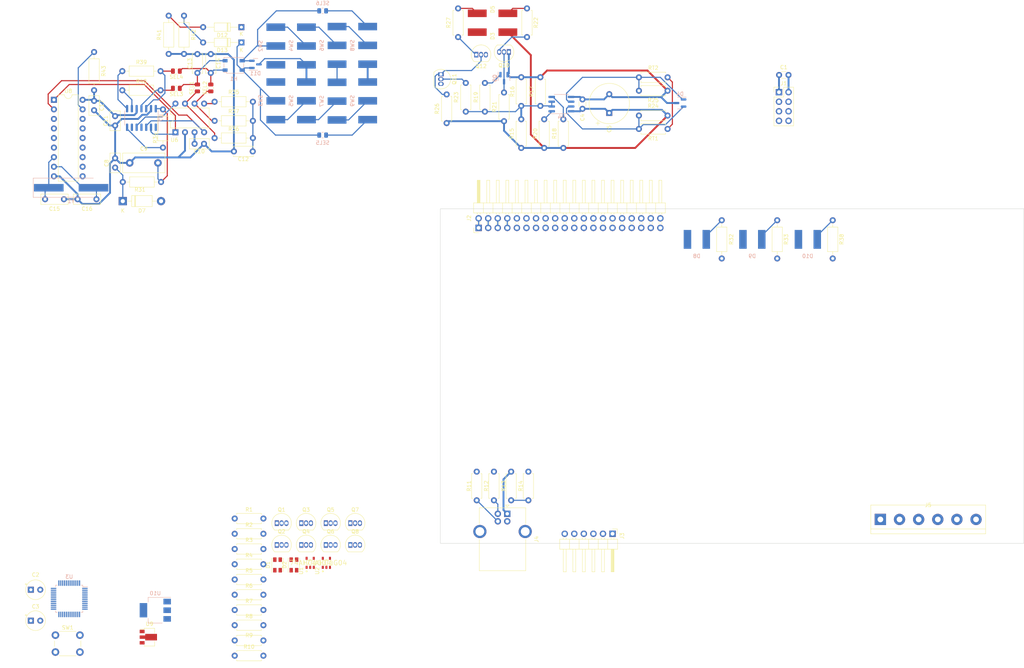
<source format=kicad_pcb>
(kicad_pcb (version 20221018) (generator pcbnew)
  (layers (0 "F.Cu" signal) (31 "B.Cu" signal) (34 "B.Paste" user) (35 "F.Paste" user) (36 "B.SilkS" user "B.Silkscreen") (37 "F.SilkS" user "F.Silkscreen") (38 "B.Mask" user) (39 "F.Mask" user) (44 "Edge.Cuts" user))
  (net 0 "")
  (net 1 "GND")
  (net 2 "+3.3V")
  (net 3 "Net-(U3-VDDOUT)")
  (net 4 "Net-(D7-K)")
  (net 5 "Net-(U7-BAT)")
  (net 6 "+5V")
  (net 7 "Net-(C12-Pad1)")
  (net 8 "Net-(C13-Pad1)")
  (net 9 "Net-(C14-Pad1)")
  (net 10 "Net-(U8-OSC2)")
  (net 11 "Net-(U8-OSC1)")
  (net 12 "Net-(D1-K)")
  (net 13 "Net-(D1-A)")
  (net 14 "Net-(D2-K)")
  (net 15 "Net-(D2-A)")
  (net 16 "Net-(D3-K)")
  (net 17 "A")
  (net 18 "B")
  (net 19 "Net-(D5-K)")
  (net 20 "+12V")
  (net 21 "TXD")
  (net 22 "Net-(D8-A)")
  (net 23 "RXD")
  (net 24 "Net-(D9-A)")
  (net 25 "ERR")
  (net 26 "Net-(D10-A)")
  (net 27 "Net-(D13-K)")
  (net 28 "Net-(D12-K)")
  (net 29 "Net-(D12-A)")
  (net 30 "Net-(D13-A)")
  (net 31 "CS0")
  (net 32 "SPCK")
  (net 33 "MOSI")
  (net 34 "MISO")
  (net 35 "RADIO_IRQ")
  (net 36 "CANH")
  (net 37 "CANL")
  (net 38 "TX_MCU")
  (net 39 "RX_MCU")
  (net 40 "STB_FT")
  (net 41 "RX{slash}TX ENABLE")
  (net 42 "WAKE")
  (net 43 "OPTO_SW1")
  (net 44 "EN")
  (net 45 "OPTO_SW2")
  (net 46 "OPTO_R1")
  (net 47 "TX0RTS")
  (net 48 "OPTO_R2")
  (net 49 "TX1RTS")
  (net 50 "UART0_RX")
  (net 51 "TX2RTS")
  (net 52 "UART0_TX")
  (net 53 "RX0BF")
  (net 54 "RX1BF")
  (net 55 "SOF")
  (net 56 "INT")
  (net 57 "CS3")
  (net 58 "RESET")
  (net 63 "Net-(J3-Pin_2)")
  (net 64 "Net-(J3-Pin_3)")
  (net 65 "Net-(J3-Pin_4)")
  (net 66 "Net-(J3-Pin_5)")
  (net 67 "Net-(J3-Pin_6)")
  (net 68 "Net-(J4-VBUS)")
  (net 69 "Net-(J4-D-)")
  (net 70 "Net-(J4-D+)")
  (net 73 "Net-(Q1-B)")
  (net 74 "Net-(Q2-B)")
  (net 75 "Net-(Q3-B)")
  (net 76 "Net-(Q4-B)")
  (net 77 "Net-(Q7-C)")
  (net 78 "Net-(Q7-B)")
  (net 79 "Net-(Q8-C)")
  (net 80 "Net-(Q8-B)")
  (net 81 "Net-(Q9-G)")
  (net 82 "Net-(Q10-B)")
  (net 83 "Net-(Q10-E)")
  (net 84 "Net-(Q11-C)")
  (net 85 "Net-(Q11-B)")
  (net 86 "Net-(Q12-C)")
  (net 87 "Net-(R3-Pad2)")
  (net 88 "Net-(R4-Pad2)")
  (net 89 "Net-(U3-DDM{slash}PB10)")
  (net 90 "Net-(U3-DDP{slash}PB11)")
  (net 91 "USBMON")
  (net 92 "RX{slash}TX ENABLE ")
  (net 93 "Net-(U6-SPLIT)")
  (net 94 "CANH_HS")
  (net 95 "CANL_HS")
  (net 96 "Net-(U7-RTH)")
  (net 97 "CANL_FT")
  (net 98 "Net-(U7-RTL)")
  (net 99 "CANH_FT")
  (net 100 "Net-(RT1-Pad2)")
  (net 101 "Net-(U3-~{RST})")
  (net 102 "Net-(SW2-A)")
  (net 104 "Net-(SW3-A)")
  (net 106 "Net-(SW4-A)")
  (net 107 "Net-(SW5-A)")
  (net 108 "Net-(SW6-A)")
  (net 109 "Net-(SW6-C)")
  (net 110 "Net-(SW7-A)")
  (footprint "Resistor_THT:R_Axial_DIN0207_L6.3mm_D2.5mm_P10.16mm_Horizontal" (layer "F.Cu") (at 34.544 31.496 -90)
    (fp_text reference "R43")
    (fp_text value "10k")
  )
  (footprint "Connector_PinHeader_2.54mm:PinHeader_2x04_P2.54mm_Vertical" (layer "F.Cu") (at 216.408 42.164)
    (fp_text reference "J1")
    (fp_text value "Conn_02x04_Odd_Even")
  )
  (footprint "Resistor_THT:R_Axial_DIN0207_L6.3mm_D2.5mm_P10.16mm_Horizontal" (layer "F.Cu") (at 52.832 56.896 90)
    (fp_text reference "R34")
    (fp_text value ">1k8")
  )
  (footprint "Package_TO_SOT_THT:TO-92_Inline" (layer "F.Cu") (at 136.031067 32.204)
    (fp_text reference "Q12")
    (fp_text value "BC547")
  )
  (footprint "Resistor_THT:R_Axial_DIN0207_L6.3mm_D2.5mm_P7.62mm_Horizontal" (layer "F.Cu") (at 71.882 183.812)
    (fp_text reference "R8")
    (fp_text value "470k")
  )
  (footprint "Resistor_THT:R_Axial_DIN0207_L6.3mm_D2.5mm_P7.62mm_Horizontal" (layer "F.Cu") (at 138.317067 47.338 90)
    (fp_text reference "R19")
    (fp_text value "1.8k")
  )
  (footprint "Button_Switch_THT:SW_PUSH_6mm" (layer "F.Cu") (at 24.2805 186.452)
    (fp_text reference "SW1")
    (fp_text value "SW_Push")
  )
  (footprint "Resistor_SMD:R_0805_2012Metric" (layer "F.Cu") (at 56.388 41.148)
    (fp_text reference "SEL3")
    (fp_text value "~")
  )
  (footprint "Capacitor_THT:C_Disc_D7.0mm_W2.5mm_P5.00mm" (layer "F.Cu") (at 30.1705 70.612)
    (fp_text reference "C16")
    (fp_text value "15p")
  )
  (footprint "PrzylaczeFootprintLibrary:Nexperia-SOT753-10_2018-0-0" (layer "F.Cu") (at 96.227 167.242)
    (fp_text reference "U2")
    (fp_text value "74AHC1G04")
  )
  (footprint "Resistor_THT:R_Axial_DIN0207_L6.3mm_D2.5mm_P7.62mm_Horizontal" (layer "F.Cu") (at 71.882 191.912)
    (fp_text reference "R10")
    (fp_text value "1k")
  )
  (footprint "Resistor_THT:R_Axial_DIN0207_L6.3mm_D2.5mm_P7.62mm_Horizontal" (layer "F.Cu") (at 140.716 143.002 -90)
    (fp_text reference "R12")
    (fp_text value "27")
  )
  (footprint "Resistor_THT:R_Axial_DIN0207_L6.3mm_D2.5mm_P10.16mm_Horizontal" (layer "F.Cu") (at 66.548 44.704)
    (fp_text reference "R35")
    (fp_text value "300")
  )
  (footprint "Resistor_THT:R_Axial_DIN0207_L6.3mm_D2.5mm_P7.62mm_Horizontal" (layer "F.Cu") (at 154.065067 56.99 90)
    (fp_text reference "R20")
    (fp_text value "10k")
  )
  (footprint "Resistor_THT:R_Axial_DIN0207_L6.3mm_D2.5mm_P7.62mm_Horizontal" (layer "F.Cu") (at 131.205067 19.906 -90)
    (fp_text reference "R27")
    (fp_text value "750")
  )
  (footprint "Capacitor_THT:C_Disc_D5.0mm_W2.5mm_P2.50mm" (layer "F.Cu") (at 40.132 59.71 -90)
    (fp_text reference "C8")
    (fp_text value "100n")
  )
  (footprint "Package_DIP:DIP-18_W7.62mm" (layer "F.Cu") (at 23.876 44.196)
    (fp_text reference "U8")
    (fp_text value "MCP2515-xSO")
  )
  (footprint "LED_SMD:LED_Kingbright_AAA3528ESGCT" (layer "F.Cu") (at 83.252 167.792 90)
    (fp_text reference "D1")
    (fp_text value "LED")
  )
  (footprint "Resistor_THT:R_Axial_DIN0207_L6.3mm_D2.5mm_P10.16mm_Horizontal" (layer "F.Cu") (at 230.672 76.2 -90)
    (fp_text reference "R38")
    (fp_text value "R(D3)")
  )
  (footprint "Diode_THT:D_DO-35_SOD27_P10.16mm_Horizontal" (layer "F.Cu") (at 73.66 24.892 180)
    (fp_text reference "D12")
    (fp_text value "Zener 10V")
  )
  (footprint "Connector_USB:USB_B_OST_USB-B1HSxx_Horizontal" (layer "F.Cu") (at 144.252 154.2045 -90)
    (fp_text reference "J4")
    (fp_text value "USB_B")
  )
  (footprint "Resistor_THT:R_Axial_DIN0207_L6.3mm_D2.5mm_P7.62mm_Horizontal" (layer "F.Cu") (at 159.145067 56.99 90)
    (fp_text reference "R18")
    (fp_text value "10k")
  )
  (footprint "Resistor_THT:R_Axial_DIN0207_L6.3mm_D2.5mm_P10.16mm_Horizontal" (layer "F.Cu") (at 52.324 66.04 180)
    (fp_text reference "R31")
    (fp_text value "1-2k")
  )
  (footprint "Capacitor_THT:C_Disc_D7.0mm_W2.5mm_P5.00mm" (layer "F.Cu") (at 26.5345 70.612 180)
    (fp_text reference "C15")
    (fp_text value "15p")
  )
  (footprint "Package_TO_SOT_THT:TO-92_Inline" (layer "F.Cu") (at 89.572 162.482)
    (fp_text reference "Q4")
    (fp_text value "BC547")
  )
  (footprint "Resistor_THT:R_Axial_DIN0207_L6.3mm_D2.5mm_P10.16mm_Horizontal" (layer "F.Cu") (at 76.708 49.784 180)
    (fp_text reference "R37")
    (fp_text value "62")
  )
  (footprint "Connector_PinHeader_2.54mm:PinHeader_1x06_P2.54mm_Horizontal" (layer "F.Cu") (at 172.212 159.512 -90)
    (fp_text reference "J3")
    (fp_text value "Conn_01x06")
  )
  (footprint "Resistor_THT:R_Axial_DIN0207_L6.3mm_D2.5mm_P7.62mm_Horizontal" (layer "F.Cu") (at 186.831067 48.382134 180)
    (fp_text reference "R24")
    (fp_text value "750")
  )
  (footprint "Resistor_SMD:R_0805_2012Metric" (layer "F.Cu") (at 65.532 41.0445 90)
    (fp_text reference "SEL2")
    (fp_text value "~")
  )
  (footprint "Resistor_THT:R_Axial_DIN0207_L6.3mm_D2.5mm_P7.62mm_Horizontal" (layer "F.Cu") (at 71.882 179.762)
    (fp_text reference "R7")
    (fp_text value "470k")
  )
  (footprint "Resistor_THT:R_Axial_DIN0207_L6.3mm_D2.5mm_P7.62mm_Horizontal" (layer "F.Cu") (at 143.397067 49.878 90)
    (fp_text reference "R21")
    (fp_text value "18k")
  )
  (footprint "Resistor_THT:R_Axial_DIN0207_L6.3mm_D2.5mm_P7.62mm_Horizontal" (layer "F.Cu") (at 147.969067 56.99 90)
    (fp_text reference "R15")
    (fp_text value "36k")
  )
  (footprint "Capacitor_THT:C_Disc_D5.0mm_W2.5mm_P5.00mm" (layer "F.Cu") (at 76.668 57.912 180)
    (fp_text reference "C12")
    (fp_text value "4n7")
  )
  (footprint "Resistor_THT:R_Axial_DIN0207_L6.3mm_D2.5mm_P10.16mm_Horizontal" (layer "F.Cu") (at 58.42 32.004 90)
    (fp_text reference "R42")
    (fp_text value "1")
  )
  (footprint "Capacitor_THT:C_Disc_D11.0mm_W5.0mm_P7.50mm" (layer "F.Cu") (at 44.002 60.96)
    (fp_text reference "C9")
    (fp_text value "10n")
  )
  (footprint "Package_TO_SOT_THT:TO-92_Inline" (layer "F.Cu") (at 144.667067 31.484 180)
    (fp_text reference "Q10")
    (fp_text value "BC557")
  )
  (footprint "Package_TO_SOT_THT:TO-92_Inline" (layer "F.Cu") (at 102.592 156.692)
    (fp_text reference "Q7")
    (fp_text value "BC557")
  )
  (footprint "Resistor_THT:R_Axial_DIN0207_L6.3mm_D2.5mm_P10.16mm_Horizontal" (layer "F.Cu") (at 201.208 76.2 -90)
    (fp_text reference "R32")
    (fp_text value "R(D)")
  )
  (footprint "Capacitor_THT:C_Disc_D3.0mm_W1.6mm_P2.50mm" (layer "F.Cu") (at 164.225067 46.584134 90)
    (fp_text reference "C4")
    (fp_text value "0.1 uF")
  )
  (footprint "Resistor_THT:R_Axial_DIN0207_L6.3mm_D2.5mm_P10.16mm_Horizontal" (layer "F.Cu") (at 42.037 41.656)
    (fp_text reference "R40")
    (fp_text value "Rrtl")
  )
  (footprint "Resistor_THT:R_Axial_DIN0207_L6.3mm_D2.5mm_P7.62mm_Horizontal" (layer "F.Cu") (at 71.882 155.462)
    (fp_text reference "R1")
    (fp_text value "1k")
  )
  (footprint "Capacitor_THT:C_Disc_D5.0mm_W2.5mm_P2.50mm" (layer "F.Cu") (at 40.132 51.034 90)
    (fp_text reference "C11")
    (fp_text value "100n")
  )
  (footprint "Resistor_THT:R_Axial_DIN0207_L6.3mm_D2.5mm_P10.16mm_Horizontal" (layer "F.Cu") (at 54.356 32.004 90)
    (fp_text reference "R41")
    (fp_text value "1")
  )
  (footprint "Capacitor_THT:C_Disc_D3.0mm_W1.6mm_P2.50mm" (layer "F.Cu") (at 216.433 37.592)
    (fp_text reference "C1")
    (fp_text value "100n")
  )
  (footprint "Resistor_THT:R_Axial_DIN0207_L6.3mm_D2.5mm_P7.62mm_Horizontal" (layer "F.Cu") (at 71.882 163.562)
    (fp_text reference "R3")
    (fp_text value "1k")
  )
  (footprint "Resistor_THT:R_Axial_DIN0207_L6.3mm_D2.5mm_P7.62mm_Horizontal" (layer "F.Cu") (at 147.969067 45.814 90)
    (fp_text reference "R16")
    (fp_text value "10k")
  )
  (footprint "Diode_THT:D_DO-35_SOD27_P10.16mm_Horizontal" (layer "F.Cu") (at 73.66 28.956 180)
    (fp_text reference "D13")
    (fp_text value "Zener 10V")
  )
  (footprint "Capacitor_THT:CP_Radial_Tantal_D5.0mm_P2.50mm" (layer "F.Cu") (at 17.749775 174.384)
    (fp_text reference "C2")
    (fp_text value "4.7μ")
  )
  (footprint "Capacitor_THT:CP_Radial_Tantal_D5.0mm_P2.50mm" (layer "F.Cu") (at 17.749775 182.606)
    (fp_text reference "C3")
    (fp_text value "2.2μ")
  )
  (footprint "Capacitor_THT:C_Disc_D5.0mm_W2.5mm_P2.50mm" (layer "F.Cu") (at 63.734 55.88 180)
    (fp_text reference "C10")
    (fp_text value "100n")
  )
  (footprint "Resistor_THT:R_Axial_DIN0207_L6.3mm_D2.5mm_P7.62mm_Horizontal" (layer "F.Cu") (at 71.882 175.712)
    (fp_text reference "R6")
    (fp_text value "360")
  )
  (footprint "Resistor_THT:R_Axial_DIN0207_L6.3mm_D2.5mm_P7.62mm_Horizontal" (layer "F.Cu") (at 71.882 167.612)
    (fp_text reference "R4")
    (fp_text value "1k")
  )
  (footprint "Package_TO_SOT_THT:TO-92_Inline" (layer "F.Cu") (at 126.633067 37.432 -90)
    (fp_text reference "Q11")
    (fp_text value "BC547")
  )
  (footprint "Resistor_THT:R_Axial_DIN0207_L6.3mm_D2.5mm_P7.62mm_Horizontal" (layer "F.Cu") (at 133.237067 39.718 -90)
    (fp_text reference "R23")
    (fp_text value "1.8k")
  )
  (footprint "Resistor_THT:R_Axial_DIN0207_L6.3mm_D2.5mm_P7.62mm_Horizontal" (layer "F.Cu") (at 179.211067 51.938134)
    (fp_text reference "RT1")
    (fp_text value "62")
  )
  (footprint "Resistor_THT:R_Axial_DIN0207_L6.3mm_D2.5mm_P10.16mm_Horizontal" (layer "F.Cu") (at 42.037 36.576)
    (fp_text reference "R39")
    (fp_text value "Rrth")
  )
  (footprint "Resistor_THT:R_Axial_DIN0207_L6.3mm_D2.5mm_P7.62mm_Horizontal" (layer "F.Cu") (at 136.144 143.002 -90)
    (fp_text reference "R11")
    (fp_text value "27")
  )
  (footprint "Package_TO_SOT_THT:TO-92_Inline" (layer "F.Cu") (at 102.592 162.482)
    (fp_text reference "Q8")
    (fp_text value "BC557")
  )
  (footprint "Resistor_THT:R_Axial_DIN0207_L6.3mm_D2.5mm_P7.62mm_Horizontal" (layer "F.Cu") (at 71.882 171.662)
    (fp_text reference "R5")
    (fp_text value "360")
  )
  (footprint "Resistor_THT:R_Axial_DIN0207_L6.3mm_D2.5mm_P10.16mm_Horizontal" (layer "F.Cu") (at 66.548 54.356)
    (fp_text reference "R36")
    (fp_text value "62")
  )
  (footprint "Package_DIP:DIP-8_W7.62mm" (layer "F.Cu") (at 56.144 52.822 90)
    (fp_text reference "U6")
    (fp_text value "MCP2561-E-P")
  )
  (footprint "Resistor_THT:R_Axial_DIN0207_L6.3mm_D2.5mm_P7.62mm_Horizontal" (layer "F.Cu") (at 179.211067 41.778134)
    (fp_text reference "R25")
    (fp_text value "750")
  )
  (footprint "Resistor_SMD:R_0805_2012Metric" (layer "F.Cu") (at 56.388 36.576)
    (fp_text reference "SEL4")
    (fp_text value "~")
  )
  (footprint "1_WLASNA_Library:2PAD_WIRE" (layer "F.Cu") (at 144.413067 23.716 -90)
    (fp_text reference "D3")
    (fp_text value "L-7113LYD")
  )
  (footprint "Capacitor_THT:C_Disc_D5.0mm_W2.5mm_P2.50mm" (layer "F.Cu") (at 34.544 46.97 90)
    (fp_text reference "C17")
    (fp_text value "100n")
  )
  (footprint "1_WLASNA_Library:2PAD_WIRE" (layer "F.Cu") (at 136.285067 23.716 -90)
    (fp_text reference "D5")
    (fp_text value "LTL-307ELC")
  )
  (footprint "Resistor_THT:R_Axial_DIN0207_L6.3mm_D2.5mm_P7.62mm_Horizontal" (layer "F.Cu") (at 71.882 187.862)
    (fp_text reference "R9")
    (fp_text value "1k")
  )
  (footprint "Resistor_THT:R_Axial_DIN0207_L6.3mm_D2.5mm_P7.62mm_Horizontal" (layer "F.Cu") (at 149.86 150.622 90)
    (fp_text reference "R14")
    (fp_text value "47k")
  )
  (footprint "Capacitor_THT:C_Disc_D5.0mm_W2.5mm_P5.00mm" (layer "F.Cu") (at 65.532 37.044 90)
    (fp_text reference "C14")
    (fp_text value "150p")
  )
  (footprint "Resistor_THT:R_Axial_DIN0207_L6.3mm_D2.5mm_P7.62mm_Horizontal" (layer "F.Cu") (at 186.831067 38.222134 180)
    (fp_text reference "RT2")
    (fp_text value "62")
  )
  (footprint "Resistor_THT:R_Axial_DIN0207_L6.3mm_D2.5mm_P7.62mm_Horizontal" (layer "F.Cu") (at 153.049067 45.814 90)
    (fp_text reference "R17")
    (fp_text value "10k")
  )
  (footprint "Package_TO_SOT_THT:TO-92_Inline" (layer "F.Cu") (at 96.082 156.692)
    (fp_text reference "Q5")
    (fp_text value "2N3904")
  )
  (footprint "Resistor_THT:R_Axial_DIN0207_L6.3mm_D2.5mm_P7.62mm_Horizontal" (layer "F.Cu") (at 71.882 159.512)
    (fp_text reference "R2")
    (fp_text value "1k")
  )
  (footprint "TerminalBlock:TerminalBlock_bornier-6_P5.08mm" (layer "F.Cu") (at 243.332 155.702)
    (fp_text reference "J5")
    (fp_text value "Screw_Terminal_01x06")
  )
  (footprint "Diode_THT:D_DO-41_SOD81_P10.16mm_Horizontal" (layer "F.Cu") (at 42.164 71.12)
    (fp_text reference "D7")
    (fp_text value "1N4001")
  )
  (footprint "Package_TO_SOT_SMD:SOT-89-3" (layer "F.Cu") (at 49.25 186.982)
    (fp_text reference "U9")
    (fp_text value "DI78M05UAB")
  )
  (footprint "PrzylaczeFootprintLibrary:Nexperia-SOT753-10_2018-0-0" (layer "F.Cu") (at 91.927 167.242)
    (fp_text reference "U1")
    (fp_text value "74AHC1G04")
  )
  (footprint "Connector_PinHeader_2.54mm:PinHeader_2x20_P2.54mm_Horizontal" (layer "F.Cu") (at 136.652 78.232 90)
    (fp_text reference "J2")
    (fp_text value "Conn_02x20_Odd_Even")
  )
  (footprint "LED_SMD:LED_Kingbright_AAA3528ESGCT" (layer "F.Cu") (at 87.602 167.792 90)
    (fp_text reference "D2")
    (fp_text value "LED")
  )
  (footprint "Resistor_THT:R_Axial_DIN0207_L6.3mm_D2.5mm_P10.16mm_Horizontal" (layer "F.Cu") (at 215.94 76.2 -90)
    (fp_text reference "R33")
    (fp_text value "R(D)/750")
  )
  (footprint "Capacitor_THT:CP_Radial_Tantal_D10.5mm_P5.00mm" (layer "F.Cu") (at 171.337067 47.693067 90)
    (fp_text reference "C5")
    (fp_text value "10 uF")
  )
  (footprint "Package_TO_SOT_THT:TO-92_Inline" (layer "F.Cu") (at 89.572 156.692)
    (fp_text reference "Q3")
    (fp_text value "BC557")
  )
  (footprint "Resistor_THT:R_Axial_DIN0207_L6.3mm_D2.5mm_P7.62mm_Horizontal" (layer "F.Cu") (at 149.493067 19.906 -90)
    (fp_text reference "R22")
    (fp_text value "750")
  )
  (footprint "Package_TO_SOT_THT:TO-92_Inline" (layer "F.Cu") (at 96.082 162.482)
    (fp_text reference "Q6")
    (fp_text value "2N3904")
  )
  (footprint "Resistor_THT:R_Axial_DIN0207_L6.3mm_D2.5mm_P7.62mm_Horizontal" (layer "F.Cu") (at 145.288 150.622 90)
    (fp_text reference "R13")
    (fp_text value "27k")
  )
  (footprint "Capacitor_THT:C_Disc_D5.0mm_W2.5mm_P5.00mm" (layer "F.Cu") (at 61.976 37.044 90)
    (fp_text reference "C13")
    (fp_text value "150p")
  )
  (footprint "Package_TO_SOT_THT:TO-92_Inline" (layer "F.Cu") (at 83.062 156.692)
    (fp_text reference "Q1")
    (fp_text value "BC557")
  )
  (footprint "Resistor_THT:R_Axial_DIN0207_L6.3mm_D2.5mm_P7.62mm_Horizontal" (layer "F.Cu") (at 128.157067 42.766 -90)
    (fp_text reference "R26")
    (fp_text value "1.8k")
  )
  (footprint "Resistor_SMD:R_0805_2012Metric" (layer "F.Cu") (at 61.976 41.0445 90)
    (fp_text reference "SEL1")
    (fp_text value "~")
  )
  (footprint "Package_TO_SOT_THT:TO-92_Inline" (layer "F.Cu") (at 83.062 162.482)
    (fp_text reference "Q2")
    (fp_text value "BC547")
  )
  (footprint "1_WLASNA_Library:2PAD_WIRE" (layer "B.Cu") (at 224.068 81.28)
    (fp_text reference "D10")
    (fp_text value "LED")
  )
  (footprint "Package_TO_SOT_SMD:SOT-23" (layer "B.Cu") (at 190.133067 45.052 180)
    (fp_text reference "D4")
    (fp_text value "SM712_SOT23")
  )
  (footprint "Package_QFP:LQFP-48_7x7mm_P0.5mm" (layer "B.Cu") (at 27.94 176.784 180)
    (fp_text reference "U3")
    (fp_text value "ATSAM4S2AA-AU")
  )
  (footprint "1_WLASNA_Library:3PAD_WIRE_SWITCH" (layer "B.Cu") (at 99.06 44.544 90)
    (fp_text reference "SW7")
    (fp_text value "SW_SPDT")
  )
  (footprint "Package_SO:SO-14_3.9x8.65mm_P1.27mm" (layer "B.Cu") (at 47.117 49.022 90)
    (fp_text reference "U7")
    (fp_text value "TJA1055T_3_C,518")
  )
  (footprint "1_WLASNA_Library:3PAD_WIRE_SWITCH" (layer "B.Cu") (at 90.932 29.892 -90)
    (fp_text reference "SW4")
    (fp_text value "SW_SPDT")
  )
  (footprint "1_WLASNA_Library:3PAD_WIRE_SWITCH" (layer "B.Cu") (at 82.804 44.464 90)
    (fp_text reference "SW3")
    (fp_text value "SW_SPDT")
  )
  (footprint "Resistor_SMD:R_0805_2012Metric" (layer "B.Cu") (at 95.236 53.574)
    (fp_text reference "SEL5")
    (fp_text value "~")
  )
  (footprint "1_WLASNA_Library:2PAD_WIRE" (layer "B.Cu") (at 209.336 81.28)
    (fp_text reference "D9")
    (fp_text value "LED")
  )
  (footprint "1_WLASNA_Library:3PAD_WIRE_SWITCH" (layer "B.Cu") (at 107.188 29.732 -90)
    (fp_text reference "SW8")
    (fp_text value "SW_SPDT")
  )
  (footprint "1_WLASNA_Library:3PAD_WIRE_SWITCH" (layer "B.Cu") (at 90.932 44.464 90)
    (fp_text reference "SW5")
    (fp_text value "SW_SPDT")
  )
  (footprint "Package_TO_SOT_SMD:SOT-223-3_TabPin2" (layer "B.Cu") (at 50.8 179.832 180)
    (fp_text reference "U10")
    (fp_text value "LDL1117S33R")
  )
  (footprint "1_WLASNA_Library:3PAD_WIRE_SWITCH" (layer "B.Cu") (at 107.188 44.464 90)
    (fp_text reference "SW9")
    (fp_text value "SW_SPDT")
  )
  (footprint "Package_TO_SOT_SMD:SOT-23" (layer "B.Cu") (at 143.397067 38.448 -90)
    (fp_text reference "Q9")
    (fp_text value "2N7002")
  )
  (footprint "1_WLASNA_Library:3PAD_WIRE_SWITCH" (layer "B.Cu") (at 99.06 29.732 -90)
    (fp_text reference "SW6")
    (fp_text value "SW_SPDT")
  )
  (footprint "1_WLASNA_Library:3PAD_WIRE_SWITCH" (layer "B.Cu") (at 82.804 29.892 -90)
    (fp_text reference "SW2")
    (fp_text value "SW_SPDT")
  )
  (footprint "1_WLASNA_Library:2PAD_WIRE" (layer "B.Cu") (at 194.604 81.28)
    (fp_text reference "D8")
    (fp_text value "LED")
  )
  (footprint "Package_SO:SO-8_3.9x4.9mm_P1.27mm" (layer "B.Cu") (at 158.637067 45.334134)
    (fp_text reference "U4")
    (fp_text value "MAX3485")
  )
  (footprint "1_WLASNA_Library:4Pin_COMMON_MODE_CHOKE_B82787C0104H002" (layer "B.Cu") (at 71.628 35.052)
    (fp_text reference "H1")
    (fp_text value "B82787C0104H002")
  )
  (footprint "Resistor_SMD:R_0805_2012Metric" (layer "B.Cu") (at 95.236 20.554)
    (fp_text reference "SEL6")
    (fp_text value "~")
  )
  (footprint "Package_TO_SOT_SMD:SOT-23" (layer "B.Cu") (at 77.3775 34.778)
    (fp_text reference "D11")
    (fp_text value "PESD2IVN24-TR")
  )
  (footprint "Crystal:Crystal_SMD_HC49-SD_HandSoldering" (layer "B.Cu") (at 28.448 67.564)
    (fp_text reference "Y1")
    (fp_text value "20MHz")
  )
  (gr_rect (start 126.492 73.152) (end 281.432 162.052) (stroke (width 0.1)) (fill none) (layer "Edge.Cuts"))
  (segment (start 154.827067 36.416) (end 181.468933 36.416) (width 0.5) (layer "F.Cu") (net 1))
  (segment (start 181.468933 36.416) (end 186.831067 41.778134) (width 0.5) (layer "F.Cu") (net 1))
  (segment (start 153.049067 38.194) (end 154.827067 36.416) (width 0.5) (layer "F.Cu") (net 1))
  (segment (start 186.675069 45.052) (end 185.116135 43.493066) (width 0.5) (layer "B.Cu") (net 1))
  (segment (start 147.969067 38.194) (end 153.049067 38.194) (width 0.5) (layer "B.Cu") (net 1))
  (segment (start 171.337067 42.693067) (end 172.137066 43.493066) (width 0.5) (layer "B.Cu") (net 1))
  (segment (start 71.668 57.912) (end 71.668 33.568) (width 0.5) (layer "B.Cu") (net 1))
  (segment (start 56.896 59.51) (end 45.452 59.51) (width 0.5) (layer "B.Cu") (net 1))
  (segment (start 164.225067 44.084134) (end 169.946 44.084134) (width 0.5) (layer "B.Cu") (net 1))
  (segment (start 45.452 59.51) (end 44.002 60.96) (width 0.5) (layer "B.Cu") (net 1))
  (segment (start 30.1705 70.612) (end 26.5345 70.612) (width 0.5) (layer "B.Cu") (net 1))
  (segment (start 172.137066 43.493066) (end 185.116135 43.493066) (width 0.5) (layer "B.Cu") (net 1))
  (segment (start 216.408 42.164) (end 216.408 37.617) (width 0.5) (layer "B.Cu") (net 1))
  (segment (start 30.1705 70.612) (end 31.4205 71.862) (width 0.5) (layer "B.Cu") (net 1))
  (segment (start 35.834 71.862) (end 38.773 68.923) (width 0.5) (layer "B.Cu") (net 1))
  (segment (start 216.408 37.617) (end 216.433 37.592) (width 0.5) (layer "B.Cu") (net 1))
  (segment (start 144.347067 37.5105) (end 144.667067 37.1905) (width 0.5) (layer "B.Cu") (net 1))
  (segment (start 40.132 51.034) (end 41.89 49.276) (width 0.5) (layer "B.Cu") (net 1))
  (segment (start 58.46 32.044) (end 58.42 32.004) (width 0.5) (layer "B.Cu") (net 1))
  (segment (start 79.839 33.254) (end 89.294 33.254) (width 0.3) (layer "B.Cu") (net 1))
  (segment (start 63.734 55.88) (end 60.104 59.51) (width 0.5) (layer "B.Cu") (net 1))
  (segment (start 71.668 33.568) (end 70.144 32.044) (width 0.5) (layer "B.Cu") (net 1))
  (segment (start 38.773 68.923) (end 38.773 61.069) (width 0.5) (layer "B.Cu") (net 1))
  (segment (start 185.116135 43.493066) (end 186.831067 41.778134) (width 0.5) (layer "B.Cu") (net 1))
  (segment (start 49.657 47.100528) (end 49.657 46.547) (width 0.5) (layer "B.Cu") (net 1))
  (segment (start 90.932 39.464) (end 90.932 34.892) (width 0.5) (layer "B.Cu") (net 1))
  (segment (start 30.1705 70.612) (end 30.1705 69.2865) (width 0.5) (layer "B.Cu") (net 1))
  (segment (start 164.225067 44.084134) (end 163.570067 43.429134) (width 0.5) (layer "B.Cu") (net 1))
  (segment (start 46.228 49.276) (end 47.336 48.168) (width 0.5) (layer "B.Cu") (net 1))
  (segment (start 25.4 64.516) (end 23.876 64.516) (width 0.5) (layer "B.Cu") (net 1))
  (segment (start 163.570067 43.429134) (end 161.212067 43.429134) (width 0.5) (layer "B.Cu") (net 1))
  (segment (start 44.002 60.96) (end 41.382 60.96) (width 0.5) (layer "B.Cu") (net 1))
  (segment (start 78.315 34.778) (end 79.839 33.254) (width 0.3) (layer "B.Cu") (net 1))
  (segment (start 41.382 60.96) (end 40.132 59.71) (width 0.5) (layer "B.Cu") (net 1))
  (segment (start 58.684 57.722) (end 56.896 59.51) (width 0.5) (layer "B.Cu") (net 1))
  (segment (start 70.144 32.044) (end 65.532 32.044) (width 0.5) (layer "B.Cu") (net 1))
  (segment (start 40.132 51.034) (end 38.608 51.034) (width 0.5) (layer "B.Cu") (net 1))
  (segment (start 58.684 52.822) (end 58.684 57.722) (width 0.5) (layer "B.Cu") (net 1))
  (segment (start 58.42 32.004) (end 54.356 32.004) (width 0.5) (layer "B.Cu") (net 1))
  (segment (start 65.766 57.912) (end 63.734 55.88) (width 0.5) (layer "B.Cu") (net 1))
  (segment (start 48.589528 48.168) (end 49.657 47.100528) (width 0.5) (layer "B.Cu") (net 1))
  (segment (start 31.4205 71.862) (end 35.834 71.862) (width 0.5) (layer "B.Cu") (net 1))
  (segment (start 145.030567 38.194) (end 144.347067 37.5105) (width 0.5) (layer "B.Cu") (net 1))
  (segment (start 169.946 44.084134) (end 171.337067 42.693067) (width 0.5) (layer "B.Cu") (net 1))
  (segment (start 71.668 57.912) (end 65.766 57.912) (width 0.5) (layer "B.Cu") (net 1))
  (segment (start 38.608 51.034) (end 34.544 46.97) (width 0.5) (layer "B.Cu") (net 1))
  (segment (start 41.89 49.276) (end 46.228 49.276) (width 0.5) (layer "B.Cu") (net 1))
  (segment (start 144.667067 37.1905) (end 144.667067 31.484) (width 0.5) (layer "B.Cu") (net 1))
  (segment (start 61.976 32.044) (end 58.46 32.044) (width 0.5) (layer "B.Cu") (net 1))
  (segment (start 147.969067 38.194) (end 145.030567 38.194) (width 0.5) (layer "B.Cu") (net 1))
  (segment (start 89.294 33.254) (end 90.932 34.892) (width 0.3) (layer "B.Cu") (net 1))
  (segment (start 189.195567 45.052) (end 186.675069 45.052) (width 0.5) (layer "B.Cu") (net 1))
  (segment (start 40.132 59.71) (end 40.132 50.526) (width 0.5) (layer "B.Cu") (net 1))
  (segment (start 47.336 48.168) (end 48.589528 48.168) (width 0.5) (layer "B.Cu") (net 1))
  (segment (start 30.1705 69.2865) (end 25.4 64.516) (width 0.5) (layer "B.Cu") (net 1))
  (segment (start 38.773 61.069) (end 40.132 59.71) (width 0.5) (layer "B.Cu") (net 1))
  (segment (start 60.104 59.51) (end 56.896 59.51) (width 0.5) (layer "B.Cu") (net 1))
  (segment (start 65.532 32.044) (end 61.976 32.044) (width 0.5) (layer "B.Cu") (net 1))
  (segment (start 178.223201 56.99) (end 186.831067 48.382134) (width 0.5) (layer "F.Cu") (net 2))
  (segment (start 150.509067 53.434) (end 150.509067 32.312) (width 0.5) (layer "F.Cu") (net 2))
  (segment (start 154.065067 56.99) (end 150.509067 53.434) (width 0.5) (layer "F.Cu") (net 2))
  (segment (start 159.145067 56.99) (end 178.223201 56.99) (width 0.5) (layer "F.Cu") (net 2))
  (segment (start 150.509067 32.312) (end 144.413067 26.216) (width 0.5) (layer "F.Cu") (net 2))
  (segment (start 147.969067 56.99) (end 154.065067 56.99) (width 0.5) (layer "B.Cu") (net 2))
  (segment (start 170.228134 46.584134) (end 171.337067 47.693067) (width 0.5) (layer "B.Cu") (net 2))
  (segment (start 171.337067 47.693067) (end 172.172 46.858134) (width 0.5) (layer "B.Cu") (net 2))
  (segment (start 143.397067 52.418) (end 147.969067 56.99) (width 0.5) (layer "B.Cu") (net 2))
  (segment (start 185.307067 46.858134) (end 186.831067 48.382134) (width 0.5) (layer "B.Cu") (net 2))
  (segment (start 164.225067 46.584134) (end 170.228134 46.584134) (width 0.5) (layer "B.Cu") (net 2))
  (segment (start 163.570067 47.239134) (end 164.225067 46.584134) (width 0.5) (layer "B.Cu") (net 2))
  (segment (start 143.397067 49.878) (end 128.665067 49.878) (width 0.5) (layer "B.Cu") (net 2))
  (segment (start 143.397067 49.878) (end 143.397067 52.418) (width 0.5) (layer "B.Cu") (net 2))
  (segment (start 172.172 46.858134) (end 185.307067 46.858134) (width 0.5) (layer "B.Cu") (net 2))
  (segment (start 154.065067 56.99) (end 159.145067 56.99) (width 0.5) (layer "B.Cu") (net 2))
  (segment (start 161.212067 47.239134) (end 163.570067 47.239134) (width 0.5) (layer "B.Cu") (net 2))
  (segment (start 128.665067 49.878) (end 128.157067 50.386) (width 0.5) (layer "B.Cu") (net 2))
  (segment (start 218.948 42.164) (end 218.948 37.607) (width 0.5) (layer "B.Cu") (net 2))
  (segment (start 218.948 37.607) (end 218.933 37.592) (width 0.5) (layer "B.Cu") (net 2))
  (segment (start 42.164 64.242) (end 40.132 62.21) (width 0.3) (layer "B.Cu") (net 4))
  (segment (start 42.164 71.12) (end 42.164 66.04) (width 0.3) (layer "B.Cu") (net 4))
  (segment (start 42.164 66.04) (end 42.164 64.242) (width 0.3) (layer "B.Cu") (net 4))
  (segment (start 53.982 64.382) (end 52.324 66.04) (width 0.3) (layer "F.Cu") (net 5))
  (segment (start 52.832 46.736) (end 53.982 47.886) (width 0.3) (layer "F.Cu") (net 5))
  (segment (start 53.982 47.886) (end 53.982 64.382) (width 0.3) (layer "F.Cu") (net 5))
  (segment (start 52.643 46.547) (end 52.832 46.736) (width 0.3) (layer "B.Cu") (net 5))
  (segment (start 51.502 65.218) (end 52.324 66.04) (width 0.3) (layer "B.Cu") (net 5))
  (segment (start 50.927 46.547) (end 52.643 46.547) (width 0.3) (layer "B.Cu") (net 5))
  (segment (start 51.502 60.96) (end 51.502 65.218) (width 0.3) (layer "B.Cu") (net 5))
  (segment (start 40.132 48.026) (end 40.366 48.26) (width 0.5) (layer "B.Cu") (net 6))
  (segment (start 45.212 48.26) (end 45.847 47.625) (width 0.5) (layer "B.Cu") (net 6))
  (segment (start 61.224 55.87) (end 61.234 55.88) (width 0.5) (layer "B.Cu") (net 6))
  (segment (start 61.224 52.822) (end 61.224 55.87) (width 0.5) (layer "B.Cu") (net 6))
  (segment (start 36.068 44.47) (end 40.132 48.534) (width 0.5) (layer "B.Cu") (net 6))
  (segment (start 40.366 48.26) (end 45.212 48.26) (width 0.5) (layer "B.Cu") (net 6))
  (segment (start 34.544 44.47) (end 36.068 44.47) (width 0.5) (layer "B.Cu") (net 6))
  (segment (start 34.544 41.656) (end 34.544 44.47) (width 0.5) (layer "B.Cu") (net 6))
  (segment (start 31.496 44.196) (end 34.27 44.196) (width 0.5) (layer "B.Cu") (net 6))
  (segment (start 34.27 44.196) (end 34.544 44.47) (width 0.5) (layer "B.Cu") (net 6))
  (segment (start 45.847 47.625) (end 45.847 46.547) (width 0.5) (layer "B.Cu") (net 6))
  (segment (start 76.708 44.704) (end 76.708 49.784) (width 0.3) (layer "B.Cu") (net 7))
  (segment (start 76.708 49.784) (end 76.708 54.356) (width 0.3) (layer "B.Cu") (net 7))
  (segment (start 76.668 54.396) (end 76.708 54.356) (width 0.5) (layer "B.Cu") (net 7))
  (segment (start 76.708 54.356) (end 76.708 57.872) (width 0.3) (layer "B.Cu") (net 7))
  (segment (start 76.708 57.872) (end 76.668 57.912) (width 0.3) (layer "B.Cu") (net 7))
  (segment (start 58.3165 40.132) (end 57.3005 41.148) (width 0.3) (layer "F.Cu") (net 8))
  (segment (start 61.976 40.132) (end 61.976 37.044) (width 0.3) (layer "F.Cu") (net 8))
  (segment (start 61.976 40.132) (end 58.3165 40.132) (width 0.3) (layer "F.Cu") (net 8))
  (segment (start 69.328 33.802) (end 65.218 33.802) (width 0.3) (layer "B.Cu") (net 8))
  (segment (start 65.218 33.802) (end 61.976 37.044) (width 0.3) (layer "B.Cu") (net 8))
  (segment (start 65.532 37.044) (end 64.382 35.894) (width 0.3) (layer "F.Cu") (net 9))
  (segment (start 57.9825 35.894) (end 57.3005 36.576) (width 0.3) (layer "F.Cu") (net 9))
  (segment (start 65.532 40.132) (end 65.532 37.044) (width 0.3) (layer "F.Cu") (net 9))
  (segment (start 64.382 35.894) (end 57.9825 35.894) (width 0.3) (layer "F.Cu") (net 9))
  (segment (start 66.274 36.302) (end 65.532 37.044) (width 0.3) (layer "B.Cu") (net 9))
  (segment (start 69.328 36.302) (end 66.274 36.302) (width 0.3) (layer "B.Cu") (net 9))
  (segment (start 22.5105 60.8015) (end 23.876 59.436) (width 0.3) (layer "B.Cu") (net 10))
  (segment (start 21.5345 70.612) (end 21.5345 68.54) (width 0.3) (layer "B.Cu") (net 10))
  (segment (start 21.5345 68.54) (end 22.5105 67.564) (width 0.3) (layer "B.Cu") (net 10))
  (segment (start 22.5105 67.564) (end 22.5105 60.8015) (width 0.3) (layer "B.Cu") (net 10))
  (segment (start 35.1705 68.349) (end 34.3855 67.564) (width 0.3) (layer "B.Cu") (net 11))
  (segment (start 31.496 67.564) (end 25.908 61.976) (width 0.3) (layer "B.Cu") (net 11))
  (segment (start 35.1705 70.612) (end 35.1705 68.349) (width 0.3) (layer "B.Cu") (net 11))
  (segment (start 25.908 61.976) (end 23.876 61.976) (width 0.3) (layer "B.Cu") (net 11))
  (segment (start 34.3855 67.564) (end 31.496 67.564) (width 0.3) (layer "B.Cu") (net 11))
  (segment (start 145.723067 19.906) (end 144.413067 21.216) (width 0.3) (layer "F.Cu") (net 16))
  (segment (start 149.493067 19.906) (end 145.723067 19.906) (width 0.3) (layer "F.Cu") (net 16))
  (segment (start 160.542067 44.699134) (end 159.987067 44.144134) (width 0.3) (layer "B.Cu") (net 17))
  (segment (start 190.781279 44.102) (end 191.070567 44.102) (width 0.3) (layer "B.Cu") (net 17))
  (segment (start 136.652 75.692) (end 136.652 78.232) (width 0.3) (layer "B.Cu") (net 17))
  (segment (start 159.987067 44.144134) (end 159.987067 42.460134) (width 0.3) (layer "B.Cu") (net 17))
  (segment (start 159.987067 42.460134) (end 164.225067 38.222134) (width 0.3) (layer "B.Cu") (net 17))
  (segment (start 164.225067 38.222134) (end 179.211067 38.222134) (width 0.3) (layer "B.Cu") (net 17))
  (segment (start 179.211067 38.222134) (end 184.901413 38.222134) (width 0.3) (layer "B.Cu") (net 17))
  (segment (start 184.901413 38.222134) (end 190.781279 44.102) (width 0.3) (layer "B.Cu") (net 17))
  (segment (start 179.211067 41.778134) (end 179.211067 38.222134) (width 0.3) (layer "B.Cu") (net 17))
  (segment (start 161.212067 44.699134) (end 160.542067 44.699134) (width 0.3) (layer "B.Cu") (net 17))
  (segment (start 179.211067 51.938134) (end 180.361067 50.788134) (width 0.3) (layer "B.Cu") (net 18))
  (segment (start 180.361067 50.788134) (end 186.284433 50.788134) (width 0.3) (layer "B.Cu") (net 18))
  (segment (start 179.211067 51.938134) (end 179.211067 48.382134) (width 0.3) (layer "B.Cu") (net 18))
  (segment (start 161.212067 45.969134) (end 160.542067 45.969134) (width 0.3) (layer "B.Cu") (net 18))
  (segment (start 159.987067 47.700134) (end 164.225067 51.938134) (width 0.3) (layer "B.Cu") (net 18))
  (segment (start 160.542067 45.969134) (end 159.987067 46.524134) (width 0.3) (layer "B.Cu") (net 18))
  (segment (start 159.987067 46.524134) (end 159.987067 47.700134) (width 0.3) (layer "B.Cu") (net 18))
  (segment (start 139.192 75.692) (end 139.192 78.232) (width 0.3) (layer "B.Cu") (net 18))
  (segment (start 164.225067 51.938134) (end 179.211067 51.938134) (width 0.3) (layer "B.Cu") (net 18))
  (segment (start 186.284433 50.788134) (end 191.070567 46.002) (width 0.3) (layer "B.Cu") (net 18))
  (segment (start 131.205067 19.906) (end 134.975067 19.906) (width 0.3) (layer "F.Cu") (net 19))
  (segment (start 134.975067 19.906) (end 136.285067 21.216) (width 0.3) (layer "F.Cu") (net 19))
  (segment (start 107.188 39.464) (end 107.188 34.732) (width 0.5) (layer "B.Cu") (net 20))
  (segment (start 27.94 40.132) (end 47.854346 40.132) (width 0.3) (layer "F.Cu") (net 21))
  (segment (start 47.854346 40.132) (end 56.144 48.421654) (width 0.3) (layer "F.Cu") (net 21))
  (segment (start 23.876 44.196) (end 27.94 40.132) (width 0.3) (layer "F.Cu") (net 21))
  (segment (start 56.144 48.421654) (end 56.144 52.822) (width 0.3) (layer "F.Cu") (net 21))
  (segment (start 50.292 53.34) (end 49.657 52.705) (width 0.3) (layer "B.Cu") (net 21))
  (segment (start 55.626 53.34) (end 50.292 53.34) (width 0.3) (layer "B.Cu") (net 21))
  (segment (start 56.144 52.822) (end 55.626 53.34) (width 0.3) (layer "B.Cu") (net 21))
  (segment (start 49.657 52.705) (end 49.657 51.497) (width 0.3) (layer "B.Cu") (net 21))
  (segment (start 197.104 80.304) (end 197.104 81.28) (width 0.3) (layer "B.Cu") (net 22))
  (segment (start 201.208 76.2) (end 197.104 80.304) (width 0.3) (layer "B.Cu") (net 22))
  (segment (start 25.908 39.116) (end 47.879 39.116) (width 0.3) (layer "F.Cu") (net 23))
  (segment (start 57.023 48.26) (end 59.202 48.26) (width 0.3) (layer "F.Cu") (net 23))
  (segment (start 23.876 46.736) (end 22.352 45.212) (width 0.3) (layer "F.Cu") (net 23))
  (segment (start 59.202 48.26) (end 63.764 52.822) (width 0.3) (layer "F.Cu") (net 23))
  (segment (start 47.879 39.116) (end 57.023 48.26) (width 0.3) (layer "F.Cu") (net 23))
  (segment (start 22.352 42.672) (end 25.908 39.116) (width 0.3) (layer "F.Cu") (net 23))
  (segment (start 22.352 45.212) (end 22.352 42.672) (width 0.3) (layer "F.Cu") (net 23))
  (segment (start 63.764 52.822) (end 60.726 49.784) (width 0.3) (layer "B.Cu") (net 23))
  (segment (start 48.387 51.084893) (end 48.387 51.497) (width 0.3) (layer "B.Cu") (net 23))
  (segment (start 49.687893 49.784) (end 48.387 51.084893) (width 0.3) (layer "B.Cu") (net 23))
  (segment (start 60.726 49.784) (end 49.687893 49.784) (width 0.3) (layer "B.Cu") (net 23))
  (segment (start 211.836 80.304) (end 211.836 81.28) (width 0.3) (layer "B.Cu") (net 24))
  (segment (start 215.94 76.2) (end 211.836 80.304) (width 0.3) (layer "B.Cu") (net 24))
  (segment (start 226.568 80.304) (end 226.568 81.28) (width 0.3) (layer "B.Cu") (net 26))
  (segment (start 230.672 76.2) (end 226.568 80.304) (width 0.3) (layer "B.Cu") (net 26))
  (segment (start 94.3235 53.574) (end 82.714 53.574) (width 0.3) (layer "B.Cu") (net 27))
  (segment (start 73.66 28.956) (end 72.51 30.106) (width 0.3) (layer "B.Cu") (net 27))
  (segment (start 72.51 34.934) (end 73.878 36.302) (width 0.3) (layer "B.Cu") (net 27))
  (segment (start 74.452 35.728) (end 73.878 36.302) (width 0.3) (layer "B.Cu") (net 27))
  (segment (start 72.51 30.106) (end 72.51 34.934) (width 0.3) (layer "B.Cu") (net 27))
  (segment (start 76.44 35.728) (end 74.452 35.728) (width 0.3) (layer "B.Cu") (net 27))
  (segment (start 82.804 44.464) (end 82.04 44.464) (width 0.3) (layer "B.Cu") (net 27))
  (segment (start 82.04 44.464) (end 78.715 41.139) (width 0.3) (layer "B.Cu") (net 27))
  (segment (start 78.715 49.575) (end 78.715 41.139) (width 0.3) (layer "B.Cu") (net 27))
  (segment (start 78.715 41.139) (end 73.878 36.302) (width 0.3) (layer "B.Cu") (net 27))
  (segment (start 82.714 53.574) (end 78.715 49.575) (width 0.3) (layer "B.Cu") (net 27))
  (segment (start 76.44 33.828) (end 73.904 33.828) (width 0.3) (layer "B.Cu") (net 28))
  (segment (start 77.788 29.892) (end 73.878 33.802) (width 0.3) (layer "B.Cu") (net 28))
  (segment (start 82.804 29.892) (end 77.964 29.892) (width 0.3) (layer "B.Cu") (net 28))
  (segment (start 73.904 33.828) (end 73.878 33.802) (width 0.3) (layer "B.Cu") (net 28))
  (segment (start 77.964 29.892) (end 77.788 29.892) (width 0.3) (layer "B.Cu") (net 28))
  (segment (start 77.964 29.716) (end 77.788 29.892) (width 0.3) (layer "B.Cu") (net 28))
  (segment (start 82.942 20.554) (end 77.964 25.532) (width 0.3) (layer "B.Cu") (net 28))
  (segment (start 94.3235 20.554) (end 82.942 20.554) (width 0.3) (layer "B.Cu") (net 28))
  (segment (start 77.964 25.532) (end 77.964 29.716) (width 0.3) (layer "B.Cu") (net 28))
  (segment (start 57.404 24.892) (end 63.5 24.892) (width 0.3) (layer "F.Cu") (net 29))
  (segment (start 54.356 21.844) (end 57.404 24.892) (width 0.3) (layer "F.Cu") (net 29))
  (segment (start 58.42 23.876) (end 63.5 28.956) (width 0.3) (layer "B.Cu") (net 30))
  (segment (start 58.42 21.844) (end 58.42 23.876) (width 0.3) (layer "B.Cu") (net 30))
  (segment (start 103.078 53.574) (end 96.1485 53.574) (width 0.3) (layer "B.Cu") (net 36))
  (segment (start 141.732 75.692) (end 141.732 78.232) (width 0.3) (layer "B.Cu") (net 36))
  (segment (start 107.188 49.464) (end 103.078 53.574) (width 0.3) (layer "B.Cu") (net 36))
  (segment (start 107.188 24.732) (end 103.01 20.554) (width 0.3) (layer "B.Cu") (net 37))
  (segment (start 144.272 75.692) (end 144.272 78.232) (width 0.3) (layer "B.Cu") (net 37))
  (segment (start 103.01 20.554) (end 96.1485 20.554) (width 0.3) (layer "B.Cu") (net 37))
  (segment (start 159.145067 49.37) (end 159.145067 46.200027) (width 0.3) (layer "B.Cu") (net 38))
  (segment (start 156.374174 43.429134) (end 156.062067 43.429134) (width 0.3) (layer "B.Cu") (net 38))
  (segment (start 159.145067 46.200027) (end 156.374174 43.429134) (width 0.3) (layer "B.Cu") (net 38))
  (segment (start 156.062067 47.373) (end 154.065067 49.37) (width 0.3) (layer "B.Cu") (net 39))
  (segment (start 156.062067 47.239134) (end 156.062067 47.373) (width 0.3) (layer "B.Cu") (net 39))
  (segment (start 45.847 51.084893) (end 45.847 51.497) (width 0.3) (layer "B.Cu") (net 40))
  (segment (start 52.578 48.768) (end 48.163893 48.768) (width 0.3) (layer "B.Cu") (net 40))
  (segment (start 56.144 45.202) (end 52.578 48.768) (width 0.3) (layer "B.Cu") (net 40))
  (segment (start 48.163893 48.768) (end 45.847 51.084893) (width 0.3) (layer "B.Cu") (net 40))
  (segment (start 153.049067 45.814) (end 147.969067 45.814) (width 0.3) (layer "B.Cu") (net 41))
  (segment (start 153.049067 45.814) (end 155.906933 45.814) (width 0.3) (layer "B.Cu") (net 41))
  (segment (start 146.445067 47.338) (end 147.969067 45.814) (width 0.3) (layer "B.Cu") (net 41))
  (segment (start 147.969067 45.814) (end 147.969067 49.37) (width 0.5) (layer "B.Cu") (net 41))
  (segment (start 155.906933 45.814) (end 156.062067 45.969134) (width 0.3) (layer "B.Cu") (net 41))
  (segment (start 138.317067 47.338) (end 133.237067 47.338) (width 0.3) (layer "B.Cu") (net 41))
  (segment (start 156.062067 45.969134) (end 156.062067 44.699134) (width 0.3) (layer "B.Cu") (net 41))
  (segment (start 138.317067 47.338) (end 146.445067 47.338) (width 0.3) (layer "B.Cu") (net 41))
  (segment (start 48.293893 56.896) (end 43.307 51.909107) (width 0.3) (layer "B.Cu") (net 42))
  (segment (start 52.832 56.896) (end 48.293893 56.896) (width 0.3) (layer "B.Cu") (net 42))
  (segment (start 43.307 51.909107) (end 43.307 51.497) (width 0.3) (layer "B.Cu") (net 42))
  (segment (start 30.346 45.586) (end 31.496 46.736) (width 0.3) (layer "B.Cu") (net 58))
  (segment (start 34.544 31.496) (end 30.346 35.694) (width 0.3) (layer "B.Cu") (net 58))
  (segment (start 30.346 35.694) (end 30.346 45.586) (width 0.3) (layer "B.Cu") (net 58))
  (segment (start 143.256 153.2085) (end 143.256 145.034) (width 0.5) (layer "B.Cu") (net 68))
  (segment (start 144.252 154.2045) (end 143.256 153.2085) (width 0.5) (layer "B.Cu") (net 68))
  (segment (start 143.256 145.034) (end 145.288 143.002) (width 0.5) (layer "B.Cu") (net 68))
  (segment (start 141.752 151.658) (end 140.716 150.622) (width 0.3) (layer "B.Cu") (net 69))
  (segment (start 141.752 154.2045) (end 141.752 151.658) (width 0.3) (layer "B.Cu") (net 69))
  (segment (start 136.1695 150.622) (end 136.144 150.622) (width 0.3) (layer "B.Cu") (net 70))
  (segment (start 141.752 156.2045) (end 136.1695 150.622) (width 0.3) (layer "B.Cu") (net 70))
  (segment (start 138.317067 39.718) (end 140.239567 39.718) (width 0.3) (layer "B.Cu") (net 81))
  (segment (start 140.239567 39.718) (end 142.447067 37.5105) (width 0.3) (layer "B.Cu") (net 81))
  (segment (start 143.397067 39.3855) (end 143.397067 31.484) (width 0.3) (layer "B.Cu") (net 82))
  (segment (start 143.397067 42.258) (end 143.397067 39.3855) (width 0.3) (layer "B.Cu") (net 82))
  (segment (start 149.493067 27.526) (end 145.485067 27.526) (width 0.3) (layer "B.Cu") (net 83))
  (segment (start 145.485067 27.526) (end 142.127067 30.884) (width 0.3) (layer "B.Cu") (net 83))
  (segment (start 142.127067 30.884) (end 142.127067 31.484) (width 0.3) (layer "B.Cu") (net 83))
  (segment (start 127.649067 36.416) (end 134.761067 36.416) (width 0.3) (layer "B.Cu") (net 84))
  (segment (start 127.025697 42.766) (end 125.109067 40.84937) (width 0.3) (layer "B.Cu") (net 84))
  (segment (start 137.301067 33.876) (end 137.301067 32.204) (width 0.3) (layer "B.Cu") (net 84))
  (segment (start 125.109067 40.84937) (end 125.109067 37.94) (width 0.3) (layer "B.Cu") (net 84))
  (segment (start 128.157067 42.766) (end 127.025697 42.766) (width 0.3) (layer "B.Cu") (net 84))
  (segment (start 134.761067 36.416) (end 137.301067 33.876) (width 0.3) (layer "B.Cu") (net 84))
  (segment (start 125.617067 37.432) (end 126.633067 37.432) (width 0.3) (layer "B.Cu") (net 84))
  (segment (start 126.633067 37.432) (end 127.649067 36.416) (width 0.3) (layer "B.Cu") (net 84))
  (segment (start 125.109067 37.94) (end 125.617067 37.432) (width 0.3) (layer "B.Cu") (net 84))
  (segment (start 126.633067 38.702) (end 132.221067 38.702) (width 0.3) (layer "B.Cu") (net 85))
  (segment (start 132.221067 38.702) (end 133.237067 39.718) (width 0.3) (layer "B.Cu") (net 85))
  (segment (start 135.883067 32.204) (end 136.031067 32.204) (width 0.3) (layer "B.Cu") (net 86))
  (segment (start 131.205067 27.526) (end 135.883067 32.204) (width 0.3) (layer "B.Cu") (net 86))
  (segment (start 145.288 150.622) (end 149.86 150.622) (width 0.3) (layer "B.Cu") (net 91))
  (segment (start 63.764 45.202) (end 66.05 45.202) (width 0.3) (layer "F.Cu") (net 93))
  (segment (start 66.05 45.202) (end 66.548 44.704) (width 0.3) (layer "F.Cu") (net 93))
  (segment (start 66.548 53.066) (end 66.548 54.356) (width 0.3) (layer "F.Cu") (net 94))
  (segment (start 58.684 45.202) (end 66.548 53.066) (width 0.3) (layer "F.Cu") (net 94))
  (segment (start 61.976 41.957) (end 61.929 41.957) (width 0.3) (layer "F.Cu") (net 94))
  (segment (start 61.929 41.957) (end 58.684 45.202) (width 0.3) (layer "F.Cu") (net 94))
  (segment (start 64.469 41.957) (end 61.224 45.202) (width 0.3) (layer "F.Cu") (net 95))
  (segment (start 65.806 49.784) (end 66.548 49.784) (width 0.3) (layer "F.Cu") (net 95))
  (segment (start 61.224 45.202) (end 65.806 49.784) (width 0.3) (layer "F.Cu") (net 95))
  (segment (start 65.532 41.957) (end 64.469 41.957) (width 0.3) (layer "F.Cu") (net 95))
  (segment (start 40.887 37.726) (end 40.887 44.127) (width 0.3) (layer "B.Cu") (net 96))
  (segment (start 40.887 44.127) (end 43.307 46.547) (width 0.3) (layer "B.Cu") (net 96))
  (segment (start 42.037 36.576) (end 40.887 37.726) (width 0.3) (layer "B.Cu") (net 96))
  (segment (start 55.4755 36.576) (end 52.197 36.576) (width 0.3) (layer "F.Cu") (net 97))
  (segment (start 48.387 46.134893) (end 48.387 46.547) (width 0.3) (layer "B.Cu") (net 97))
  (segment (start 53.347 42.444893) (end 51.595893 44.196) (width 0.3) (layer "B.Cu") (net 97))
  (segment (start 50.325893 44.196) (end 48.387 46.134893) (width 0.3) (layer "B.Cu") (net 97))
  (segment (start 53.347 37.726) (end 53.347 42.444893) (width 0.3) (layer "B.Cu") (net 97))
  (segment (start 51.595893 44.196) (end 50.325893 44.196) (width 0.3) (layer "B.Cu") (net 97))
  (segment (start 52.197 36.576) (end 53.347 37.726) (width 0.3) (layer "B.Cu") (net 97))
  (segment (start 44.577 44.196) (end 44.577 46.547) (width 0.3) (layer "B.Cu") (net 98))
  (segment (start 42.037 41.656) (end 44.577 44.196) (width 0.3) (layer "B.Cu") (net 98))
  (segment (start 55.4755 41.148) (end 54.9675 41.656) (width 0.3) (layer "F.Cu") (net 99))
  (segment (start 54.9675 41.656) (end 52.197 41.656) (width 0.3) (layer "F.Cu") (net 99))
  (segment (start 51.06563 41.656) (end 47.117 45.60463) (width 0.3) (layer "B.Cu") (net 99))
  (segment (start 52.197 41.656) (end 51.06563 41.656) (width 0.3) (layer "B.Cu") (net 99))
  (segment (start 47.117 45.60463) (end 47.117 46.547) (width 0.3) (layer "B.Cu") (net 99))
  (segment (start 188.101067 39.492134) (end 188.101067 50.668134) (width 0.3) (layer "F.Cu") (net 100))
  (segment (start 188.101067 50.668134) (end 186.831067 51.938134) (width 0.3) (layer "F.Cu") (net 100))
  (segment (start 186.831067 38.222134) (end 188.101067 39.492134) (width 0.3) (layer "F.Cu") (net 100))
  (segment (start 82.804 24.892) (end 85.932 24.892) (width 0.3) (layer "B.Cu") (net 102))
  (segment (start 85.932 24.892) (end 90.932 29.892) (width 0.3) (layer "B.Cu") (net 102))
  (segment (start 82.804 49.464) (end 85.932 49.464) (width 0.3) (layer "B.Cu") (net 104))
  (segment (start 85.932 49.464) (end 90.932 44.464) (width 0.3) (layer "B.Cu") (net 104))
  (segment (start 90.932 24.892) (end 94.22 24.892) (width 0.3) (layer "B.Cu") (net 106))
  (segment (start 94.22 24.892) (end 99.06 29.732) (width 0.3) (layer "B.Cu") (net 106))
  (segment (start 94.14 49.464) (end 99.06 44.544) (width 0.3) (layer "B.Cu") (net 107))
  (segment (start 90.932 49.464) (end 94.14 49.464) (width 0.3) (layer "B.Cu") (net 107))
  (segment (start 99.06 24.732) (end 102.188 24.732) (width 0.3) (layer "B.Cu") (net 108))
  (segment (start 102.188 24.732) (end 107.188 29.732) (width 0.3) (layer "B.Cu") (net 108))
  (segment (start 99.06 34.732) (end 99.06 39.544) (width 0.3) (layer "B.Cu") (net 109))
  (segment (start 99.06 49.544) (end 102.108 49.544) (width 0.3) (layer "B.Cu") (net 110))
  (segment (start 102.108 49.544) (end 107.188 44.464) (width 0.3) (layer "B.Cu") (net 110))
)
</source>
